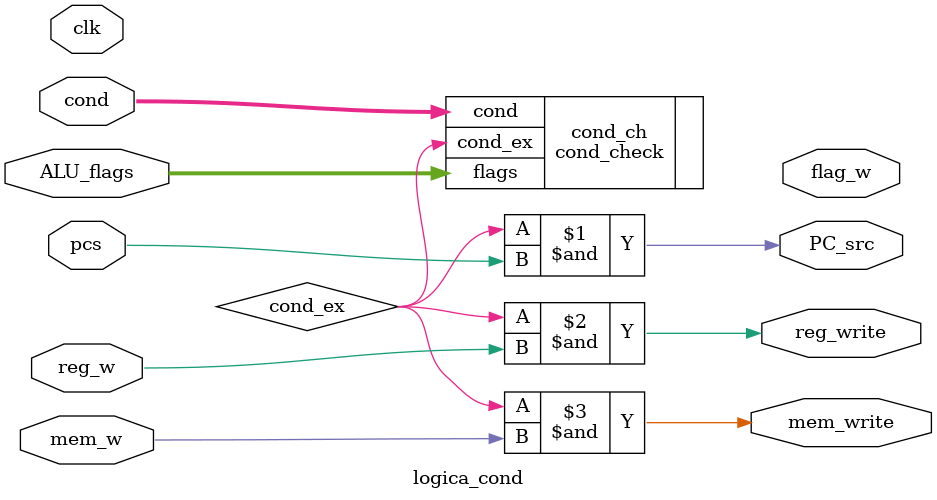
<source format=sv>
module logica_cond ( cond,
							ALU_flags,
							flag_w, 
							pcs,
							reg_w,
							mem_w,
							PC_src,
							reg_write,
							mem_write,
							clk);
	input clk;
	input logic [3:0] cond, ALU_flags;
	input logic pcs, reg_w, mem_w;
	output logic [1:0] flag_w;
	output logic PC_src,	reg_write, mem_write;
	wire cond_ex;
	wire [1:0] flag_write;
	
	cond_check cond_ch(.cond(cond), .flags(ALU_flags), .cond_ex(cond_ex));
	
	assign PC_src = cond_ex & pcs;
	assign reg_write = cond_ex & reg_w;
	assign mem_write = cond_ex & mem_w;
			 
	

				 
endmodule 
</source>
